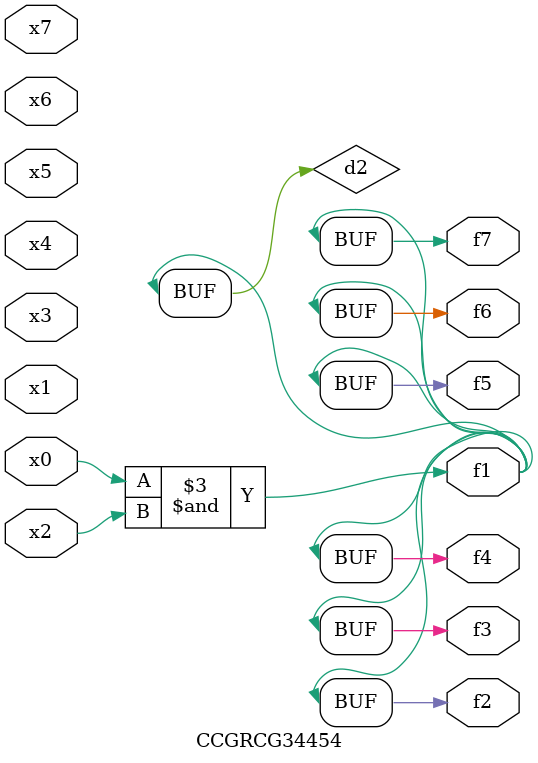
<source format=v>
module CCGRCG34454(
	input x0, x1, x2, x3, x4, x5, x6, x7,
	output f1, f2, f3, f4, f5, f6, f7
);

	wire d1, d2;

	nor (d1, x3, x6);
	and (d2, x0, x2);
	assign f1 = d2;
	assign f2 = d2;
	assign f3 = d2;
	assign f4 = d2;
	assign f5 = d2;
	assign f6 = d2;
	assign f7 = d2;
endmodule

</source>
